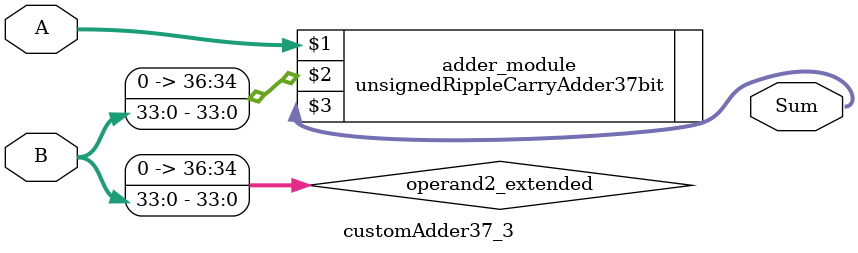
<source format=v>
module customAdder37_3(
                        input [36 : 0] A,
                        input [33 : 0] B,
                        
                        output [37 : 0] Sum
                );

        wire [36 : 0] operand2_extended;
        
        assign operand2_extended =  {3'b0, B};
        
        unsignedRippleCarryAdder37bit adder_module(
            A,
            operand2_extended,
            Sum
        );
        
        endmodule
        
</source>
